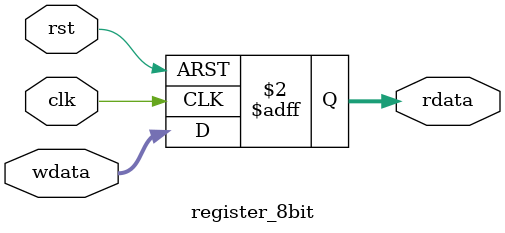
<source format=sv>
`timescale 1ns / 1ps



module register_8bit (
    input              clk,
    input              rst,
    input  logic [7:0] wdata,
    output logic [7:0] rdata
);

    always_ff @(posedge clk, posedge rst) begin
        if (rst) begin
            rdata <= 8'b0;
        end else begin
            rdata <= wdata;
        end
    end

endmodule

</source>
